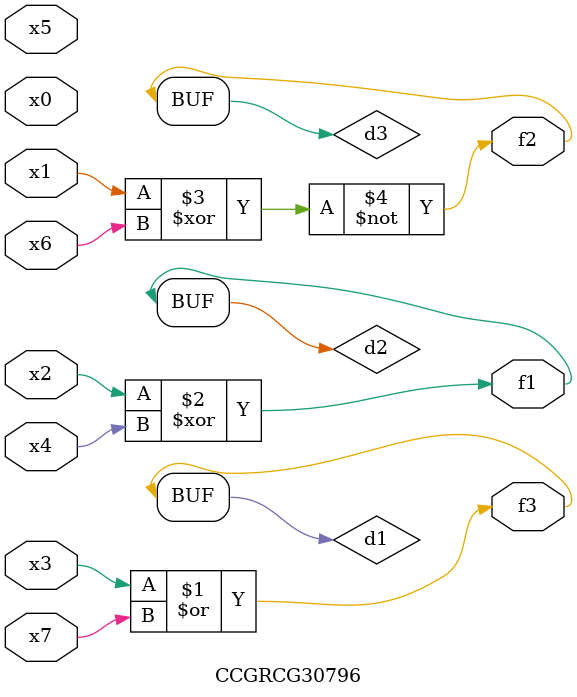
<source format=v>
module CCGRCG30796(
	input x0, x1, x2, x3, x4, x5, x6, x7,
	output f1, f2, f3
);

	wire d1, d2, d3;

	or (d1, x3, x7);
	xor (d2, x2, x4);
	xnor (d3, x1, x6);
	assign f1 = d2;
	assign f2 = d3;
	assign f3 = d1;
endmodule

</source>
